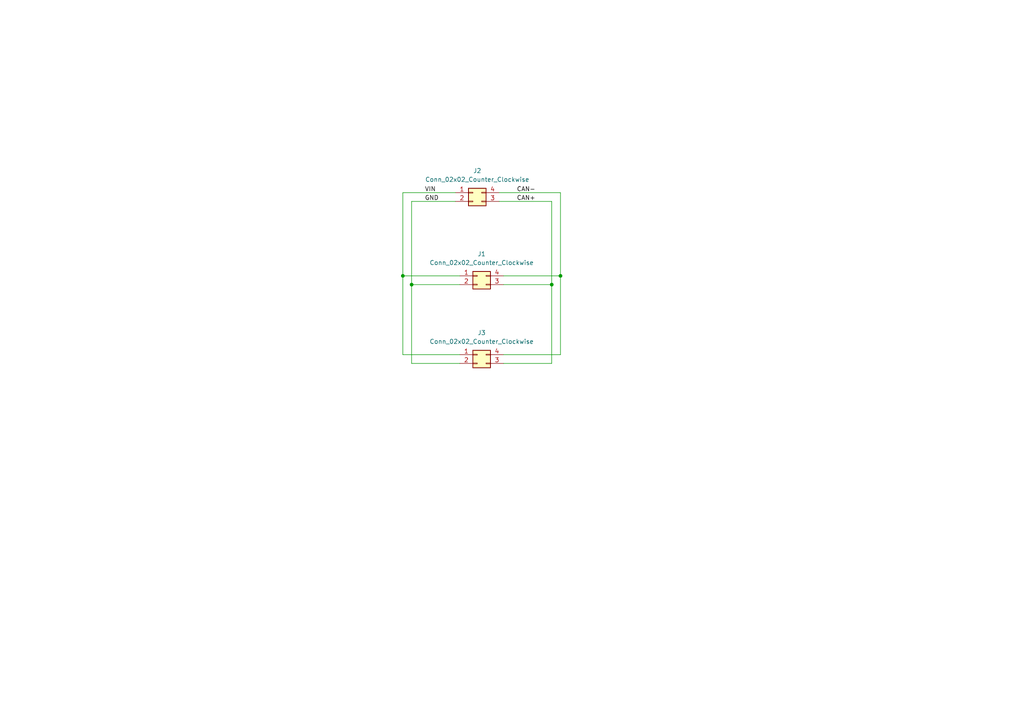
<source format=kicad_sch>
(kicad_sch (version 20231120) (generator "eeschema") (generator_version "8.0")
  (paper "A4")
  (title_block (title "CAN-bus bridge") (date "2025-04-11") (rev "1.1") (company "A. Guthard"))
  (lib_symbols
    (symbol "Connector_Generic:Conn_02x02_Counter_Clockwise" (pin_names (offset 1.016) hide)
      (property "Reference" "J" (at 1.27 2.54 0))
      (property "Value" "Conn_02x02_Counter_Clockwise" (at 1.27 -5.08 0))
      (symbol "Conn_02x02_Counter_Clockwise_1_1"
        (rectangle (start -1.27 -2.413) (end 0 -2.667) (stroke (width 0.1524)))
        (rectangle (start -1.27 0.127) (end 0 -0.127) (stroke (width 0.1524)))
        (rectangle (start -1.27 1.27) (end 3.81 -3.81) (stroke (width 0.254)) (fill (type background)))
        (rectangle (start 3.81 -2.413) (end 2.54 -2.667) (stroke (width 0.1524)))
        (rectangle (start 3.81 0.127) (end 2.54 -0.127) (stroke (width 0.1524)))
        (pin passive line (at -5.08 0 0) (length 3.81) (name "Pin_1") (number "1"))
        (pin passive line (at -5.08 -2.54 0) (length 3.81) (name "Pin_2") (number "2"))
        (pin passive line (at 7.62 -2.54 180) (length 3.81) (name "Pin_3") (number "3"))
        (pin passive line (at 7.62 0 180) (length 3.81) (name "Pin_4") (number "4"))
      )
    )
  )
  (junction (at 119.38 82.55))
  (junction (at 116.84 80.01))
  (junction (at 160.02 82.55))
  (junction (at 162.56 80.01))
  (wire (pts (xy 160.02 105.41) (xy 160.02 82.55)))
  (wire (pts (xy 119.38 82.55) (xy 119.38 105.41)))
  (wire (pts (xy 162.56 80.01) (xy 162.56 102.87)))
  (wire (pts (xy 162.56 55.88) (xy 162.56 80.01)))
  (wire (pts (xy 116.84 55.88) (xy 132.08 55.88)))
  (wire (pts (xy 119.38 58.42) (xy 119.38 82.55)))
  (wire (pts (xy 119.38 58.42) (xy 132.08 58.42)))
  (wire (pts (xy 146.05 82.55) (xy 160.02 82.55)))
  (wire (pts (xy 133.35 82.55) (xy 119.38 82.55)))
  (wire (pts (xy 146.05 102.87) (xy 162.56 102.87)))
  (wire (pts (xy 116.84 102.87) (xy 133.35 102.87)))
  (wire (pts (xy 119.38 105.41) (xy 133.35 105.41)))
  (wire (pts (xy 116.84 80.01) (xy 116.84 102.87)))
  (wire (pts (xy 144.78 58.42) (xy 160.02 58.42)))
  (wire (pts (xy 146.05 105.41) (xy 160.02 105.41)))
  (wire (pts (xy 146.05 80.01) (xy 162.56 80.01)))
  (wire (pts (xy 160.02 58.42) (xy 160.02 82.55)))
  (wire (pts (xy 116.84 55.88) (xy 116.84 80.01)))
  (wire (pts (xy 133.35 80.01) (xy 116.84 80.01)))
  (wire (pts (xy 144.78 55.88) (xy 162.56 55.88)))
  (label "CAN-" (at 149.86 55.88 0))
  (label "CAN+" (at 149.86 58.42 0))
  (label "VIN" (at 123.19 55.88 0))
  (label "GND" (at 123.19 58.42 0))
  (symbol (lib_id "Connector_Generic:Conn_02x02_Counter_Clockwise") (at 138.43 80.01 0) (unit 1)
    (property "Reference" "J1" (at 139.7 73.66 0))
    (property "Value" "Conn_02x02_Counter_Clockwise" (at 139.7 76.2 0))
    (property "Footprint" "Connector_Molex:CONN_SD-43045-001_04_MOL" (effects (hide yes)))
    (property "Description" "Generic connector, double row, 02x02, counter clockwise pin numbering scheme (similar to DIP package numbering), script generated (kicad-library-utils/schlib/autogen/connector/)" (effects (hide yes)))
  )
  (symbol (lib_id "Connector_Generic:Conn_02x02_Counter_Clockwise") (at 137.16 55.88 0) (unit 1)
    (property "Reference" "J2" (at 138.43 49.53 0))
    (property "Value" "Conn_02x02_Counter_Clockwise" (at 138.43 52.07 0))
    (property "Footprint" "Connector_Molex:CONN_SD-44769-001_04_MOL" (effects (hide yes)))
    (property "Description" "Generic connector, double row, 02x02, counter clockwise pin numbering scheme (similar to DIP package numbering), script generated (kicad-library-utils/schlib/autogen/connector/)" (effects (hide yes)))
  )
  (symbol (lib_id "Connector_Generic:Conn_02x02_Counter_Clockwise") (at 138.43 102.87 0) (unit 1)
    (property "Reference" "J3" (at 139.7 96.52 0))
    (property "Value" "Conn_02x02_Counter_Clockwise" (at 139.7 99.06 0))
    (property "Footprint" "Connector_Molex:CONN_SD-43045-001_04_MOL" (effects (hide yes)))
    (property "Description" "Generic connector, double row, 02x02, counter clockwise pin numbering scheme (similar to DIP package numbering), script generated (kicad-library-utils/schlib/autogen/connector/)" (effects (hide yes)))
  )
)
</source>
